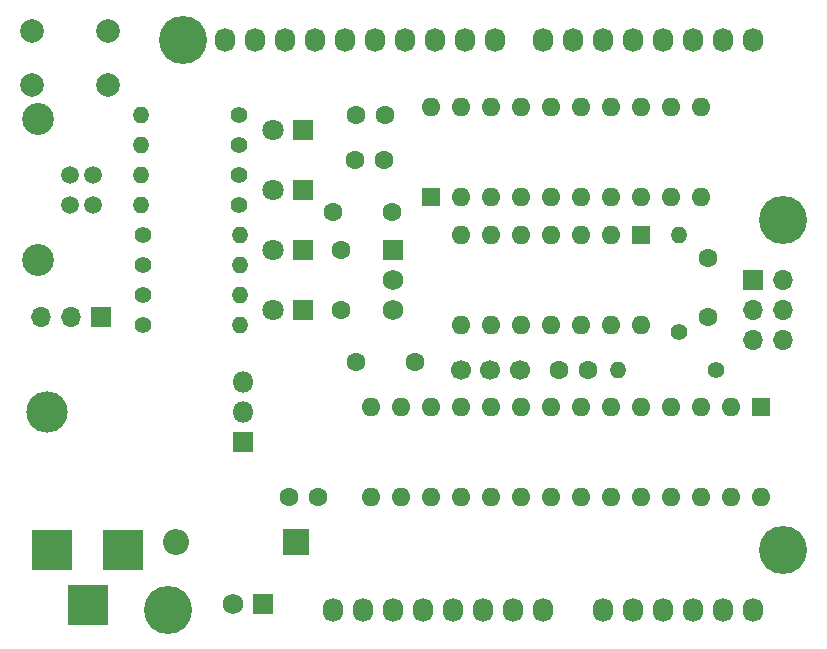
<source format=gbr>
G04 #@! TF.FileFunction,Soldermask,Bot*
%FSLAX46Y46*%
G04 Gerber Fmt 4.6, Leading zero omitted, Abs format (unit mm)*
G04 Created by KiCad (PCBNEW 4.0.6) date 08/25/20 17:01:17*
%MOMM*%
%LPD*%
G01*
G04 APERTURE LIST*
%ADD10C,0.100000*%
%ADD11C,1.750000*%
%ADD12R,1.700000X1.700000*%
%ADD13R,2.200000X2.200000*%
%ADD14O,2.200000X2.200000*%
%ADD15C,1.600000*%
%ADD16O,1.700000X1.700000*%
%ADD17C,1.520000*%
%ADD18C,2.700000*%
%ADD19R,3.500000X3.500000*%
%ADD20O,1.727200X2.032000*%
%ADD21C,4.064000*%
%ADD22C,2.000000*%
%ADD23O,3.500000X3.500000*%
%ADD24R,1.800000X1.800000*%
%ADD25O,1.800000X1.800000*%
%ADD26R,1.600000X1.600000*%
%ADD27O,1.600000X1.600000*%
%ADD28C,1.700000*%
%ADD29C,1.800000*%
%ADD30R,1.750000X1.750000*%
%ADD31C,1.400000*%
%ADD32O,1.400000X1.400000*%
G04 APERTURE END LIST*
D10*
D11*
X144018000Y-98425000D03*
X144018000Y-95885000D03*
D12*
X144018000Y-93345000D03*
D13*
X135763000Y-118110000D03*
D14*
X125603000Y-118110000D03*
D15*
X138938000Y-90170000D03*
X143938000Y-90170000D03*
X170688000Y-99060000D03*
X170688000Y-94060000D03*
X139573000Y-98425000D03*
X139573000Y-93425000D03*
D12*
X174498000Y-95885000D03*
D16*
X177038000Y-95885000D03*
X174498000Y-98425000D03*
X177038000Y-98425000D03*
X174498000Y-100965000D03*
X177038000Y-100965000D03*
D15*
X140843000Y-102870000D03*
X145843000Y-102870000D03*
D17*
X118618000Y-86995000D03*
X118618000Y-89535000D03*
X116618000Y-89535000D03*
X116618000Y-86995000D03*
D18*
X113918000Y-82265000D03*
X113918000Y-94265000D03*
D19*
X121158000Y-118745000D03*
X115158000Y-118745000D03*
X118158000Y-123445000D03*
D12*
X119253000Y-99060000D03*
D16*
X116713000Y-99060000D03*
X114173000Y-99060000D03*
D20*
X138938000Y-123825000D03*
X141478000Y-123825000D03*
X144018000Y-123825000D03*
X146558000Y-123825000D03*
X149098000Y-123825000D03*
X151638000Y-123825000D03*
X154178000Y-123825000D03*
X156718000Y-123825000D03*
X161798000Y-123825000D03*
X164338000Y-123825000D03*
X166878000Y-123825000D03*
X169418000Y-123825000D03*
X171958000Y-123825000D03*
X174498000Y-123825000D03*
X129794000Y-75565000D03*
X132334000Y-75565000D03*
X134874000Y-75565000D03*
X137414000Y-75565000D03*
X139954000Y-75565000D03*
X142494000Y-75565000D03*
X145034000Y-75565000D03*
X147574000Y-75565000D03*
X150114000Y-75565000D03*
X152654000Y-75565000D03*
X156718000Y-75565000D03*
X159258000Y-75565000D03*
X161798000Y-75565000D03*
X164338000Y-75565000D03*
X166878000Y-75565000D03*
X169418000Y-75565000D03*
X171958000Y-75565000D03*
X174498000Y-75565000D03*
D21*
X124968000Y-123825000D03*
X177038000Y-118745000D03*
X126238000Y-75565000D03*
X177038000Y-90805000D03*
D22*
X119888000Y-74875000D03*
X119888000Y-79375000D03*
X113388000Y-74875000D03*
X113388000Y-79375000D03*
D23*
X114658000Y-107061000D03*
D24*
X131318000Y-109601000D03*
D25*
X131318000Y-107061000D03*
X131318000Y-104521000D03*
D26*
X147193000Y-88900000D03*
D27*
X170053000Y-81280000D03*
X149733000Y-88900000D03*
X167513000Y-81280000D03*
X152273000Y-88900000D03*
X164973000Y-81280000D03*
X154813000Y-88900000D03*
X162433000Y-81280000D03*
X157353000Y-88900000D03*
X159893000Y-81280000D03*
X159893000Y-88900000D03*
X157353000Y-81280000D03*
X162433000Y-88900000D03*
X154813000Y-81280000D03*
X164973000Y-88900000D03*
X152273000Y-81280000D03*
X167513000Y-88900000D03*
X149733000Y-81280000D03*
X170053000Y-88900000D03*
X147193000Y-81280000D03*
D26*
X164973000Y-92075000D03*
D27*
X149733000Y-99695000D03*
X162433000Y-92075000D03*
X152273000Y-99695000D03*
X159893000Y-92075000D03*
X154813000Y-99695000D03*
X157353000Y-92075000D03*
X157353000Y-99695000D03*
X154813000Y-92075000D03*
X159893000Y-99695000D03*
X152273000Y-92075000D03*
X162433000Y-99695000D03*
X149733000Y-92075000D03*
X164973000Y-99695000D03*
D26*
X175133000Y-106680000D03*
D27*
X142113000Y-114300000D03*
X172593000Y-106680000D03*
X144653000Y-114300000D03*
X170053000Y-106680000D03*
X147193000Y-114300000D03*
X167513000Y-106680000D03*
X149733000Y-114300000D03*
X164973000Y-106680000D03*
X152273000Y-114300000D03*
X162433000Y-106680000D03*
X154813000Y-114300000D03*
X159893000Y-106680000D03*
X157353000Y-114300000D03*
X157353000Y-106680000D03*
X159893000Y-114300000D03*
X154813000Y-106680000D03*
X162433000Y-114300000D03*
X152273000Y-106680000D03*
X164973000Y-114300000D03*
X149733000Y-106680000D03*
X167513000Y-114300000D03*
X147193000Y-106680000D03*
X170053000Y-114300000D03*
X144653000Y-106680000D03*
X172593000Y-114300000D03*
X142113000Y-106680000D03*
X175133000Y-114300000D03*
D28*
X149733000Y-103505000D03*
X152233000Y-103505000D03*
X154733000Y-103505000D03*
D24*
X136398000Y-98425000D03*
D29*
X133858000Y-98425000D03*
D24*
X136398000Y-83185000D03*
D29*
X133858000Y-83185000D03*
D24*
X136398000Y-88265000D03*
D29*
X133858000Y-88265000D03*
D24*
X136398000Y-93345000D03*
D29*
X133858000Y-93345000D03*
D15*
X160528000Y-103505000D03*
X158028000Y-103505000D03*
X137668000Y-114300000D03*
X135168000Y-114300000D03*
X140843000Y-81915000D03*
X143343000Y-81915000D03*
X143256000Y-85725000D03*
X140756000Y-85725000D03*
D30*
X132969000Y-123317000D03*
D11*
X130469000Y-123317000D03*
D31*
X122813000Y-97155000D03*
D32*
X131063000Y-97155000D03*
D31*
X168248000Y-100365000D03*
D32*
X168248000Y-92115000D03*
D31*
X171319000Y-103505000D03*
D32*
X163069000Y-103505000D03*
D31*
X122813000Y-92075000D03*
D32*
X131063000Y-92075000D03*
D31*
X130933000Y-89535000D03*
D32*
X122683000Y-89535000D03*
D31*
X130933000Y-86995000D03*
D32*
X122683000Y-86995000D03*
D31*
X122813000Y-99695000D03*
D32*
X131063000Y-99695000D03*
D31*
X122813000Y-94615000D03*
D32*
X131063000Y-94615000D03*
D31*
X130933000Y-84455000D03*
D32*
X122683000Y-84455000D03*
D31*
X130933000Y-81915000D03*
D32*
X122683000Y-81915000D03*
M02*

</source>
